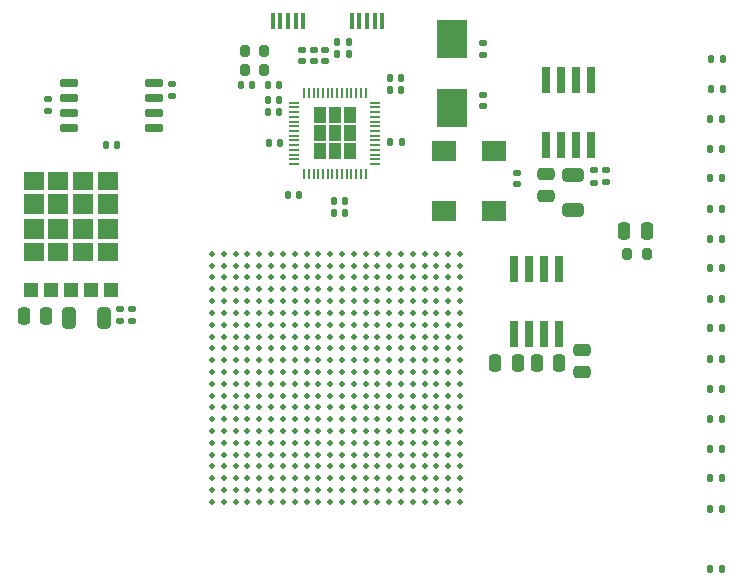
<source format=gbr>
%TF.GenerationSoftware,KiCad,Pcbnew,6.0.10-86aedd382b~118~ubuntu20.04.1*%
%TF.CreationDate,2023-03-05T00:00:34-08:00*%
%TF.ProjectId,ep2c35_trial,65703263-3335-45f7-9472-69616c2e6b69,rev?*%
%TF.SameCoordinates,Original*%
%TF.FileFunction,Paste,Top*%
%TF.FilePolarity,Positive*%
%FSLAX46Y46*%
G04 Gerber Fmt 4.6, Leading zero omitted, Abs format (unit mm)*
G04 Created by KiCad (PCBNEW 6.0.10-86aedd382b~118~ubuntu20.04.1) date 2023-03-05 00:00:34*
%MOMM*%
%LPD*%
G01*
G04 APERTURE LIST*
G04 Aperture macros list*
%AMRoundRect*
0 Rectangle with rounded corners*
0 $1 Rounding radius*
0 $2 $3 $4 $5 $6 $7 $8 $9 X,Y pos of 4 corners*
0 Add a 4 corners polygon primitive as box body*
4,1,4,$2,$3,$4,$5,$6,$7,$8,$9,$2,$3,0*
0 Add four circle primitives for the rounded corners*
1,1,$1+$1,$2,$3*
1,1,$1+$1,$4,$5*
1,1,$1+$1,$6,$7*
1,1,$1+$1,$8,$9*
0 Add four rect primitives between the rounded corners*
20,1,$1+$1,$2,$3,$4,$5,0*
20,1,$1+$1,$4,$5,$6,$7,0*
20,1,$1+$1,$6,$7,$8,$9,0*
20,1,$1+$1,$8,$9,$2,$3,0*%
G04 Aperture macros list end*
%ADD10RoundRect,0.140000X0.140000X0.170000X-0.140000X0.170000X-0.140000X-0.170000X0.140000X-0.170000X0*%
%ADD11RoundRect,0.250000X-0.250000X-0.475000X0.250000X-0.475000X0.250000X0.475000X-0.250000X0.475000X0*%
%ADD12RoundRect,0.140000X0.170000X-0.140000X0.170000X0.140000X-0.170000X0.140000X-0.170000X-0.140000X0*%
%ADD13RoundRect,0.135000X-0.135000X-0.185000X0.135000X-0.185000X0.135000X0.185000X-0.135000X0.185000X0*%
%ADD14RoundRect,0.200000X-0.200000X-0.275000X0.200000X-0.275000X0.200000X0.275000X-0.200000X0.275000X0*%
%ADD15RoundRect,0.140000X-0.140000X-0.170000X0.140000X-0.170000X0.140000X0.170000X-0.140000X0.170000X0*%
%ADD16RoundRect,0.135000X0.185000X-0.135000X0.185000X0.135000X-0.185000X0.135000X-0.185000X-0.135000X0*%
%ADD17RoundRect,0.140000X-0.170000X0.140000X-0.170000X-0.140000X0.170000X-0.140000X0.170000X0.140000X0*%
%ADD18R,0.700000X2.200000*%
%ADD19RoundRect,0.250000X0.475000X-0.250000X0.475000X0.250000X-0.475000X0.250000X-0.475000X-0.250000X0*%
%ADD20RoundRect,0.250000X-0.325000X-0.650000X0.325000X-0.650000X0.325000X0.650000X-0.325000X0.650000X0*%
%ADD21RoundRect,0.200000X0.200000X0.275000X-0.200000X0.275000X-0.200000X-0.275000X0.200000X-0.275000X0*%
%ADD22RoundRect,0.135000X-0.185000X0.135000X-0.185000X-0.135000X0.185000X-0.135000X0.185000X0.135000X0*%
%ADD23R,2.500000X3.325000*%
%ADD24RoundRect,0.243363X0.306637X0.456637X-0.306637X0.456637X-0.306637X-0.456637X0.306637X-0.456637X0*%
%ADD25RoundRect,0.243363X0.306637X0.451637X-0.306637X0.451637X-0.306637X-0.451637X0.306637X-0.451637X0*%
%ADD26RoundRect,0.050000X0.387500X0.050000X-0.387500X0.050000X-0.387500X-0.050000X0.387500X-0.050000X0*%
%ADD27RoundRect,0.050000X0.050000X0.387500X-0.050000X0.387500X-0.050000X-0.387500X0.050000X-0.387500X0*%
%ADD28RoundRect,0.250000X0.250000X0.475000X-0.250000X0.475000X-0.250000X-0.475000X0.250000X-0.475000X0*%
%ADD29RoundRect,0.250000X0.650000X-0.325000X0.650000X0.325000X-0.650000X0.325000X-0.650000X-0.325000X0*%
%ADD30RoundRect,0.150000X-0.650000X-0.150000X0.650000X-0.150000X0.650000X0.150000X-0.650000X0.150000X0*%
%ADD31R,2.000000X1.800000*%
%ADD32R,1.700000X1.700000*%
%ADD33R,1.700000X1.600000*%
%ADD34R,1.200000X1.200000*%
%ADD35R,0.400000X1.350000*%
%ADD36C,0.500000*%
G04 APERTURE END LIST*
D10*
%TO.C,C5*%
X137410000Y-56700000D03*
X136450000Y-56700000D03*
%TD*%
D11*
%TO.C,C28*%
X161500000Y-80200000D03*
X163400000Y-80200000D03*
%TD*%
D12*
%TO.C,C19*%
X156930000Y-54127500D03*
X156930000Y-53167500D03*
%TD*%
%TO.C,C22*%
X159800000Y-65080000D03*
X159800000Y-64120000D03*
%TD*%
D13*
%TO.C,R44*%
X176180000Y-64600000D03*
X177200000Y-64600000D03*
%TD*%
%TO.C,R39*%
X176180000Y-77300000D03*
X177200000Y-77300000D03*
%TD*%
%TO.C,R33*%
X176180000Y-92600000D03*
X177200000Y-92600000D03*
%TD*%
D14*
%TO.C,FB2*%
X136750000Y-53850000D03*
X138400000Y-53850000D03*
%TD*%
D13*
%TO.C,R46*%
X176180000Y-59600000D03*
X177200000Y-59600000D03*
%TD*%
D15*
%TO.C,C13*%
X138740000Y-58000000D03*
X139700000Y-58000000D03*
%TD*%
D10*
%TO.C,C17*%
X150010000Y-57150000D03*
X149050000Y-57150000D03*
%TD*%
%TO.C,C9*%
X145560000Y-54100000D03*
X144600000Y-54100000D03*
%TD*%
D16*
%TO.C,R4*%
X130650000Y-57670000D03*
X130650000Y-56650000D03*
%TD*%
D17*
%TO.C,C16*%
X141600000Y-53740000D03*
X141600000Y-54700000D03*
%TD*%
D10*
%TO.C,C14*%
X150000000Y-56150000D03*
X149040000Y-56150000D03*
%TD*%
D18*
%TO.C,U5*%
X162290000Y-61790000D03*
X163560000Y-61790000D03*
X164830000Y-61790000D03*
X166100000Y-61790000D03*
X166100000Y-56290000D03*
X164830000Y-56290000D03*
X163560000Y-56290000D03*
X162290000Y-56290000D03*
%TD*%
D13*
%TO.C,R43*%
X176180000Y-67200000D03*
X177200000Y-67200000D03*
%TD*%
%TO.C,R34*%
X176180000Y-90000000D03*
X177200000Y-90000000D03*
%TD*%
D15*
%TO.C,C8*%
X138740000Y-59000000D03*
X139700000Y-59000000D03*
%TD*%
D16*
%TO.C,R9*%
X127250000Y-76720000D03*
X127250000Y-75700000D03*
%TD*%
D13*
%TO.C,R48*%
X176280000Y-54500000D03*
X177300000Y-54500000D03*
%TD*%
D19*
%TO.C,C29*%
X165300000Y-81000000D03*
X165300000Y-79100000D03*
%TD*%
D16*
%TO.C,R3*%
X120150000Y-58870000D03*
X120150000Y-57850000D03*
%TD*%
D15*
%TO.C,C21*%
X138720000Y-56700000D03*
X139680000Y-56700000D03*
%TD*%
D20*
%TO.C,C24*%
X121900000Y-76420000D03*
X124850000Y-76420000D03*
%TD*%
D17*
%TO.C,C7*%
X142600000Y-53750000D03*
X142600000Y-54710000D03*
%TD*%
D13*
%TO.C,R37*%
X176180000Y-82400000D03*
X177200000Y-82400000D03*
%TD*%
%TO.C,R45*%
X176180000Y-62100000D03*
X177200000Y-62100000D03*
%TD*%
%TO.C,R47*%
X176280000Y-57000000D03*
X177300000Y-57000000D03*
%TD*%
%TO.C,R7*%
X149040000Y-61500000D03*
X150060000Y-61500000D03*
%TD*%
D18*
%TO.C,U6*%
X159560000Y-77800000D03*
X160830000Y-77800000D03*
X162100000Y-77800000D03*
X163370000Y-77800000D03*
X163370000Y-72300000D03*
X162100000Y-72300000D03*
X160830000Y-72300000D03*
X159560000Y-72300000D03*
%TD*%
D19*
%TO.C,C25*%
X162250000Y-66140000D03*
X162250000Y-64240000D03*
%TD*%
D13*
%TO.C,R32*%
X176180000Y-97700000D03*
X177200000Y-97700000D03*
%TD*%
%TO.C,R40*%
X176180000Y-74800000D03*
X177200000Y-74800000D03*
%TD*%
%TO.C,R35*%
X176200000Y-87500000D03*
X177220000Y-87500000D03*
%TD*%
D21*
%TO.C,FB1*%
X138400000Y-55400000D03*
X136750000Y-55400000D03*
%TD*%
D22*
%TO.C,R8*%
X126250000Y-75700000D03*
X126250000Y-76720000D03*
%TD*%
D23*
%TO.C,Y1*%
X154350000Y-52825000D03*
X154350000Y-58650000D03*
%TD*%
D24*
%TO.C,U3*%
X145650000Y-60795000D03*
D25*
X144400000Y-62330000D03*
X144400000Y-59275000D03*
D24*
X145650000Y-59270000D03*
D25*
X144400000Y-60800000D03*
X143150000Y-60800000D03*
X143150000Y-62330000D03*
D24*
X145650000Y-62325000D03*
D25*
X143150000Y-59275000D03*
D26*
X147837500Y-63400000D03*
X147837500Y-63000000D03*
X147837500Y-62600000D03*
X147837500Y-62200000D03*
X147837500Y-61800000D03*
X147837500Y-61400000D03*
X147837500Y-61000000D03*
X147837500Y-60600000D03*
X147837500Y-60200000D03*
X147837500Y-59800000D03*
X147837500Y-59400000D03*
X147837500Y-59000000D03*
X147837500Y-58600000D03*
X147837500Y-58200000D03*
D27*
X147000000Y-57362500D03*
X146600000Y-57362500D03*
X146200000Y-57362500D03*
X145800000Y-57362500D03*
X145400000Y-57362500D03*
X145000000Y-57362500D03*
X144600000Y-57362500D03*
X144200000Y-57362500D03*
X143800000Y-57362500D03*
X143400000Y-57362500D03*
X143000000Y-57362500D03*
X142600000Y-57362500D03*
X142200000Y-57362500D03*
X141800000Y-57362500D03*
D26*
X140962500Y-58200000D03*
X140962500Y-58600000D03*
X140962500Y-59000000D03*
X140962500Y-59400000D03*
X140962500Y-59800000D03*
X140962500Y-60200000D03*
X140962500Y-60600000D03*
X140962500Y-61000000D03*
X140962500Y-61400000D03*
X140962500Y-61800000D03*
X140962500Y-62200000D03*
X140962500Y-62600000D03*
X140962500Y-63000000D03*
X140962500Y-63400000D03*
D27*
X141800000Y-64237500D03*
X142200000Y-64237500D03*
X142600000Y-64237500D03*
X143000000Y-64237500D03*
X143400000Y-64237500D03*
X143800000Y-64237500D03*
X144200000Y-64237500D03*
X144600000Y-64237500D03*
X145000000Y-64237500D03*
X145400000Y-64237500D03*
X145800000Y-64237500D03*
X146200000Y-64237500D03*
X146600000Y-64237500D03*
X147000000Y-64237500D03*
%TD*%
D13*
%TO.C,R41*%
X176180000Y-72200000D03*
X177200000Y-72200000D03*
%TD*%
D28*
%TO.C,C23*%
X119950000Y-76220000D03*
X118050000Y-76220000D03*
%TD*%
D14*
%TO.C,FB3*%
X169175000Y-71000000D03*
X170825000Y-71000000D03*
%TD*%
D29*
%TO.C,C26*%
X164550000Y-67290000D03*
X164550000Y-64340000D03*
%TD*%
D30*
%TO.C,U4*%
X121850000Y-56495000D03*
X121850000Y-57765000D03*
X121850000Y-59035000D03*
X121850000Y-60305000D03*
X129050000Y-60305000D03*
X129050000Y-59035000D03*
X129050000Y-57765000D03*
X129050000Y-56495000D03*
%TD*%
D13*
%TO.C,R1*%
X144550000Y-53100000D03*
X145570000Y-53100000D03*
%TD*%
D17*
%TO.C,C20*%
X156930000Y-57517500D03*
X156930000Y-58477500D03*
%TD*%
D31*
%TO.C,X1*%
X153650000Y-62270000D03*
X153650000Y-67350000D03*
X157850000Y-67350000D03*
X157850000Y-62270000D03*
%TD*%
D15*
%TO.C,C18*%
X144340000Y-66500000D03*
X145300000Y-66500000D03*
%TD*%
D32*
%TO.C,U2*%
X125200000Y-66783750D03*
D33*
X121000000Y-64833750D03*
D32*
X121000000Y-68883750D03*
D33*
X118900000Y-70833750D03*
X118900000Y-64833750D03*
D32*
X118900000Y-68883750D03*
D33*
X125200000Y-70833750D03*
X123100000Y-70833750D03*
D32*
X121000000Y-66783750D03*
X123100000Y-68883750D03*
X125200000Y-68883750D03*
D33*
X121000000Y-70833750D03*
D32*
X118900000Y-66783750D03*
D33*
X123100000Y-64833750D03*
X125200000Y-64833750D03*
D32*
X123100000Y-66783750D03*
D34*
X118650000Y-74033750D03*
X120350000Y-74033750D03*
X122050000Y-74033750D03*
X123750000Y-74033750D03*
X125450000Y-74033750D03*
%TD*%
D13*
%TO.C,R36*%
X176180000Y-85000000D03*
X177200000Y-85000000D03*
%TD*%
D35*
%TO.C,J4*%
X148425000Y-51325000D03*
X147775000Y-51325000D03*
X147125000Y-51325000D03*
X146475000Y-51325000D03*
X145825000Y-51325000D03*
X141725000Y-51325000D03*
X141075000Y-51325000D03*
X140425000Y-51325000D03*
X139775000Y-51325000D03*
X139125000Y-51325000D03*
%TD*%
D15*
%TO.C,C11*%
X144340000Y-67500000D03*
X145300000Y-67500000D03*
%TD*%
D36*
%TO.C,U1*%
X134000000Y-71000000D03*
X135000000Y-71000000D03*
X136000000Y-71000000D03*
X137000000Y-71000000D03*
X138000000Y-71000000D03*
X139000000Y-71000000D03*
X140000000Y-71000000D03*
X141000000Y-71000000D03*
X142000000Y-71000000D03*
X143000000Y-71000000D03*
X144000000Y-71000000D03*
X145000000Y-71000000D03*
X146000000Y-71000000D03*
X147000000Y-71000000D03*
X148000000Y-71000000D03*
X149000000Y-71000000D03*
X150000000Y-71000000D03*
X151000000Y-71000000D03*
X152000000Y-71000000D03*
X153000000Y-71000000D03*
X154000000Y-71000000D03*
X155000000Y-71000000D03*
X134000000Y-91000000D03*
X135000000Y-91000000D03*
X136000000Y-91000000D03*
X137000000Y-91000000D03*
X138000000Y-91000000D03*
X139000000Y-91000000D03*
X140000000Y-91000000D03*
X141000000Y-91000000D03*
X142000000Y-91000000D03*
X143000000Y-91000000D03*
X144000000Y-91000000D03*
X145000000Y-91000000D03*
X146000000Y-91000000D03*
X147000000Y-91000000D03*
X148000000Y-91000000D03*
X149000000Y-91000000D03*
X150000000Y-91000000D03*
X151000000Y-91000000D03*
X152000000Y-91000000D03*
X153000000Y-91000000D03*
X154000000Y-91000000D03*
X155000000Y-91000000D03*
X134000000Y-92000000D03*
X135000000Y-92000000D03*
X136000000Y-92000000D03*
X137000000Y-92000000D03*
X138000000Y-92000000D03*
X139000000Y-92000000D03*
X140000000Y-92000000D03*
X141000000Y-92000000D03*
X142000000Y-92000000D03*
X143000000Y-92000000D03*
X144000000Y-92000000D03*
X145000000Y-92000000D03*
X146000000Y-92000000D03*
X147000000Y-92000000D03*
X148000000Y-92000000D03*
X149000000Y-92000000D03*
X150000000Y-92000000D03*
X151000000Y-92000000D03*
X152000000Y-92000000D03*
X153000000Y-92000000D03*
X154000000Y-92000000D03*
X155000000Y-92000000D03*
X134000000Y-72000000D03*
X135000000Y-72000000D03*
X136000000Y-72000000D03*
X137000000Y-72000000D03*
X138000000Y-72000000D03*
X139000000Y-72000000D03*
X140000000Y-72000000D03*
X141000000Y-72000000D03*
X142000000Y-72000000D03*
X143000000Y-72000000D03*
X144000000Y-72000000D03*
X145000000Y-72000000D03*
X146000000Y-72000000D03*
X147000000Y-72000000D03*
X148000000Y-72000000D03*
X149000000Y-72000000D03*
X150000000Y-72000000D03*
X151000000Y-72000000D03*
X152000000Y-72000000D03*
X153000000Y-72000000D03*
X154000000Y-72000000D03*
X155000000Y-72000000D03*
X134000000Y-73000000D03*
X135000000Y-73000000D03*
X136000000Y-73000000D03*
X137000000Y-73000000D03*
X138000000Y-73000000D03*
X139000000Y-73000000D03*
X140000000Y-73000000D03*
X141000000Y-73000000D03*
X142000000Y-73000000D03*
X143000000Y-73000000D03*
X144000000Y-73000000D03*
X145000000Y-73000000D03*
X146000000Y-73000000D03*
X147000000Y-73000000D03*
X148000000Y-73000000D03*
X149000000Y-73000000D03*
X150000000Y-73000000D03*
X151000000Y-73000000D03*
X152000000Y-73000000D03*
X153000000Y-73000000D03*
X154000000Y-73000000D03*
X155000000Y-73000000D03*
X134000000Y-74000000D03*
X135000000Y-74000000D03*
X136000000Y-74000000D03*
X137000000Y-74000000D03*
X138000000Y-74000000D03*
X139000000Y-74000000D03*
X140000000Y-74000000D03*
X141000000Y-74000000D03*
X142000000Y-74000000D03*
X143000000Y-74000000D03*
X144000000Y-74000000D03*
X145000000Y-74000000D03*
X146000000Y-74000000D03*
X147000000Y-74000000D03*
X148000000Y-74000000D03*
X149000000Y-74000000D03*
X150000000Y-74000000D03*
X151000000Y-74000000D03*
X152000000Y-74000000D03*
X153000000Y-74000000D03*
X154000000Y-74000000D03*
X155000000Y-74000000D03*
X134000000Y-75000000D03*
X135000000Y-75000000D03*
X136000000Y-75000000D03*
X137000000Y-75000000D03*
X138000000Y-75000000D03*
X139000000Y-75000000D03*
X140000000Y-75000000D03*
X141000000Y-75000000D03*
X142000000Y-75000000D03*
X143000000Y-75000000D03*
X144000000Y-75000000D03*
X145000000Y-75000000D03*
X146000000Y-75000000D03*
X147000000Y-75000000D03*
X148000000Y-75000000D03*
X149000000Y-75000000D03*
X150000000Y-75000000D03*
X151000000Y-75000000D03*
X152000000Y-75000000D03*
X153000000Y-75000000D03*
X154000000Y-75000000D03*
X155000000Y-75000000D03*
X134000000Y-76000000D03*
X135000000Y-76000000D03*
X136000000Y-76000000D03*
X137000000Y-76000000D03*
X138000000Y-76000000D03*
X139000000Y-76000000D03*
X140000000Y-76000000D03*
X141000000Y-76000000D03*
X142000000Y-76000000D03*
X143000000Y-76000000D03*
X144000000Y-76000000D03*
X145000000Y-76000000D03*
X146000000Y-76000000D03*
X147000000Y-76000000D03*
X148000000Y-76000000D03*
X149000000Y-76000000D03*
X150000000Y-76000000D03*
X151000000Y-76000000D03*
X152000000Y-76000000D03*
X153000000Y-76000000D03*
X154000000Y-76000000D03*
X155000000Y-76000000D03*
X134000000Y-77000000D03*
X135000000Y-77000000D03*
X136000000Y-77000000D03*
X137000000Y-77000000D03*
X138000000Y-77000000D03*
X139000000Y-77000000D03*
X140000000Y-77000000D03*
X141000000Y-77000000D03*
X142000000Y-77000000D03*
X143000000Y-77000000D03*
X144000000Y-77000000D03*
X145000000Y-77000000D03*
X146000000Y-77000000D03*
X147000000Y-77000000D03*
X148000000Y-77000000D03*
X149000000Y-77000000D03*
X150000000Y-77000000D03*
X151000000Y-77000000D03*
X152000000Y-77000000D03*
X153000000Y-77000000D03*
X154000000Y-77000000D03*
X155000000Y-77000000D03*
X134000000Y-78000000D03*
X135000000Y-78000000D03*
X136000000Y-78000000D03*
X137000000Y-78000000D03*
X138000000Y-78000000D03*
X139000000Y-78000000D03*
X140000000Y-78000000D03*
X141000000Y-78000000D03*
X142000000Y-78000000D03*
X143000000Y-78000000D03*
X144000000Y-78000000D03*
X145000000Y-78000000D03*
X146000000Y-78000000D03*
X147000000Y-78000000D03*
X148000000Y-78000000D03*
X149000000Y-78000000D03*
X150000000Y-78000000D03*
X151000000Y-78000000D03*
X152000000Y-78000000D03*
X153000000Y-78000000D03*
X154000000Y-78000000D03*
X155000000Y-78000000D03*
X134000000Y-79000000D03*
X135000000Y-79000000D03*
X136000000Y-79000000D03*
X137000000Y-79000000D03*
X138000000Y-79000000D03*
X139000000Y-79000000D03*
X140000000Y-79000000D03*
X141000000Y-79000000D03*
X142000000Y-79000000D03*
X143000000Y-79000000D03*
X144000000Y-79000000D03*
X145000000Y-79000000D03*
X146000000Y-79000000D03*
X147000000Y-79000000D03*
X148000000Y-79000000D03*
X149000000Y-79000000D03*
X150000000Y-79000000D03*
X151000000Y-79000000D03*
X152000000Y-79000000D03*
X153000000Y-79000000D03*
X154000000Y-79000000D03*
X155000000Y-79000000D03*
X134000000Y-80000000D03*
X135000000Y-80000000D03*
X136000000Y-80000000D03*
X137000000Y-80000000D03*
X138000000Y-80000000D03*
X139000000Y-80000000D03*
X140000000Y-80000000D03*
X141000000Y-80000000D03*
X142000000Y-80000000D03*
X143000000Y-80000000D03*
X144000000Y-80000000D03*
X145000000Y-80000000D03*
X146000000Y-80000000D03*
X147000000Y-80000000D03*
X148000000Y-80000000D03*
X149000000Y-80000000D03*
X150000000Y-80000000D03*
X151000000Y-80000000D03*
X152000000Y-80000000D03*
X153000000Y-80000000D03*
X154000000Y-80000000D03*
X155000000Y-80000000D03*
X134000000Y-81000000D03*
X135000000Y-81000000D03*
X136000000Y-81000000D03*
X137000000Y-81000000D03*
X138000000Y-81000000D03*
X139000000Y-81000000D03*
X140000000Y-81000000D03*
X141000000Y-81000000D03*
X142000000Y-81000000D03*
X143000000Y-81000000D03*
X144000000Y-81000000D03*
X145000000Y-81000000D03*
X146000000Y-81000000D03*
X147000000Y-81000000D03*
X148000000Y-81000000D03*
X149000000Y-81000000D03*
X150000000Y-81000000D03*
X151000000Y-81000000D03*
X152000000Y-81000000D03*
X153000000Y-81000000D03*
X154000000Y-81000000D03*
X155000000Y-81000000D03*
X134000000Y-82000000D03*
X135000000Y-82000000D03*
X136000000Y-82000000D03*
X137000000Y-82000000D03*
X138000000Y-82000000D03*
X139000000Y-82000000D03*
X140000000Y-82000000D03*
X141000000Y-82000000D03*
X142000000Y-82000000D03*
X143000000Y-82000000D03*
X144000000Y-82000000D03*
X145000000Y-82000000D03*
X146000000Y-82000000D03*
X147000000Y-82000000D03*
X148000000Y-82000000D03*
X149000000Y-82000000D03*
X150000000Y-82000000D03*
X151000000Y-82000000D03*
X152000000Y-82000000D03*
X153000000Y-82000000D03*
X154000000Y-82000000D03*
X155000000Y-82000000D03*
X134000000Y-83000000D03*
X135000000Y-83000000D03*
X136000000Y-83000000D03*
X137000000Y-83000000D03*
X138000000Y-83000000D03*
X139000000Y-83000000D03*
X140000000Y-83000000D03*
X141000000Y-83000000D03*
X142000000Y-83000000D03*
X143000000Y-83000000D03*
X144000000Y-83000000D03*
X145000000Y-83000000D03*
X146000000Y-83000000D03*
X147000000Y-83000000D03*
X148000000Y-83000000D03*
X149000000Y-83000000D03*
X150000000Y-83000000D03*
X151000000Y-83000000D03*
X152000000Y-83000000D03*
X153000000Y-83000000D03*
X154000000Y-83000000D03*
X155000000Y-83000000D03*
X134000000Y-84000000D03*
X135000000Y-84000000D03*
X136000000Y-84000000D03*
X137000000Y-84000000D03*
X138000000Y-84000000D03*
X139000000Y-84000000D03*
X140000000Y-84000000D03*
X141000000Y-84000000D03*
X142000000Y-84000000D03*
X143000000Y-84000000D03*
X144000000Y-84000000D03*
X145000000Y-84000000D03*
X146000000Y-84000000D03*
X147000000Y-84000000D03*
X148000000Y-84000000D03*
X149000000Y-84000000D03*
X150000000Y-84000000D03*
X151000000Y-84000000D03*
X152000000Y-84000000D03*
X153000000Y-84000000D03*
X154000000Y-84000000D03*
X155000000Y-84000000D03*
X134000000Y-85000000D03*
X135000000Y-85000000D03*
X136000000Y-85000000D03*
X137000000Y-85000000D03*
X138000000Y-85000000D03*
X139000000Y-85000000D03*
X140000000Y-85000000D03*
X141000000Y-85000000D03*
X142000000Y-85000000D03*
X143000000Y-85000000D03*
X144000000Y-85000000D03*
X145000000Y-85000000D03*
X146000000Y-85000000D03*
X147000000Y-85000000D03*
X148000000Y-85000000D03*
X149000000Y-85000000D03*
X150000000Y-85000000D03*
X151000000Y-85000000D03*
X152000000Y-85000000D03*
X153000000Y-85000000D03*
X154000000Y-85000000D03*
X155000000Y-85000000D03*
X134000000Y-86000000D03*
X135000000Y-86000000D03*
X136000000Y-86000000D03*
X137000000Y-86000000D03*
X138000000Y-86000000D03*
X139000000Y-86000000D03*
X140000000Y-86000000D03*
X141000000Y-86000000D03*
X142000000Y-86000000D03*
X143000000Y-86000000D03*
X144000000Y-86000000D03*
X145000000Y-86000000D03*
X146000000Y-86000000D03*
X147000000Y-86000000D03*
X148000000Y-86000000D03*
X149000000Y-86000000D03*
X150000000Y-86000000D03*
X151000000Y-86000000D03*
X152000000Y-86000000D03*
X153000000Y-86000000D03*
X154000000Y-86000000D03*
X155000000Y-86000000D03*
X134000000Y-87000000D03*
X135000000Y-87000000D03*
X136000000Y-87000000D03*
X137000000Y-87000000D03*
X138000000Y-87000000D03*
X139000000Y-87000000D03*
X140000000Y-87000000D03*
X141000000Y-87000000D03*
X142000000Y-87000000D03*
X143000000Y-87000000D03*
X144000000Y-87000000D03*
X145000000Y-87000000D03*
X146000000Y-87000000D03*
X147000000Y-87000000D03*
X148000000Y-87000000D03*
X149000000Y-87000000D03*
X150000000Y-87000000D03*
X151000000Y-87000000D03*
X152000000Y-87000000D03*
X153000000Y-87000000D03*
X154000000Y-87000000D03*
X155000000Y-87000000D03*
X134000000Y-88000000D03*
X135000000Y-88000000D03*
X136000000Y-88000000D03*
X137000000Y-88000000D03*
X138000000Y-88000000D03*
X139000000Y-88000000D03*
X140000000Y-88000000D03*
X141000000Y-88000000D03*
X142000000Y-88000000D03*
X143000000Y-88000000D03*
X144000000Y-88000000D03*
X145000000Y-88000000D03*
X146000000Y-88000000D03*
X147000000Y-88000000D03*
X148000000Y-88000000D03*
X149000000Y-88000000D03*
X150000000Y-88000000D03*
X151000000Y-88000000D03*
X152000000Y-88000000D03*
X153000000Y-88000000D03*
X154000000Y-88000000D03*
X155000000Y-88000000D03*
X134000000Y-89000000D03*
X135000000Y-89000000D03*
X136000000Y-89000000D03*
X137000000Y-89000000D03*
X138000000Y-89000000D03*
X139000000Y-89000000D03*
X140000000Y-89000000D03*
X141000000Y-89000000D03*
X142000000Y-89000000D03*
X143000000Y-89000000D03*
X144000000Y-89000000D03*
X145000000Y-89000000D03*
X146000000Y-89000000D03*
X147000000Y-89000000D03*
X148000000Y-89000000D03*
X149000000Y-89000000D03*
X150000000Y-89000000D03*
X151000000Y-89000000D03*
X152000000Y-89000000D03*
X153000000Y-89000000D03*
X154000000Y-89000000D03*
X155000000Y-89000000D03*
X134000000Y-90000000D03*
X135000000Y-90000000D03*
X136000000Y-90000000D03*
X137000000Y-90000000D03*
X138000000Y-90000000D03*
X139000000Y-90000000D03*
X140000000Y-90000000D03*
X141000000Y-90000000D03*
X142000000Y-90000000D03*
X143000000Y-90000000D03*
X144000000Y-90000000D03*
X145000000Y-90000000D03*
X146000000Y-90000000D03*
X147000000Y-90000000D03*
X148000000Y-90000000D03*
X149000000Y-90000000D03*
X150000000Y-90000000D03*
X151000000Y-90000000D03*
X152000000Y-90000000D03*
X153000000Y-90000000D03*
X154000000Y-90000000D03*
X155000000Y-90000000D03*
%TD*%
D15*
%TO.C,C10*%
X140440000Y-66000000D03*
X141400000Y-66000000D03*
%TD*%
D16*
%TO.C,R31*%
X167350000Y-64940000D03*
X167350000Y-63920000D03*
%TD*%
D28*
%TO.C,C30*%
X170800000Y-69050000D03*
X168900000Y-69050000D03*
%TD*%
D17*
%TO.C,C6*%
X143600000Y-53750000D03*
X143600000Y-54710000D03*
%TD*%
D15*
%TO.C,C15*%
X124990000Y-61800000D03*
X125950000Y-61800000D03*
%TD*%
%TO.C,C12*%
X138790000Y-61650000D03*
X139750000Y-61650000D03*
%TD*%
D13*
%TO.C,R38*%
X176180000Y-79900000D03*
X177200000Y-79900000D03*
%TD*%
%TO.C,R42*%
X176180000Y-69700000D03*
X177200000Y-69700000D03*
%TD*%
D22*
%TO.C,R10*%
X166300000Y-63940000D03*
X166300000Y-64960000D03*
%TD*%
D28*
%TO.C,C27*%
X159900000Y-80200000D03*
X158000000Y-80200000D03*
%TD*%
M02*

</source>
